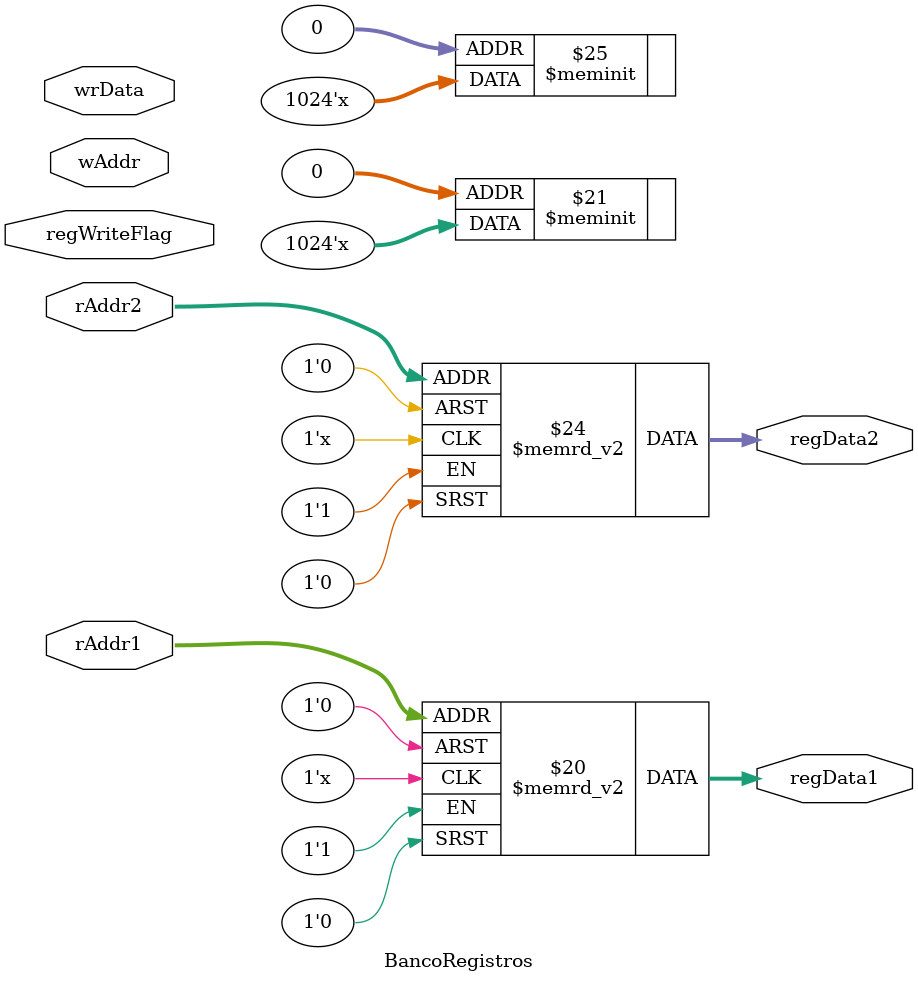
<source format=v>
module BancoRegistros(
    input [31:0]wrData,
	input [4:0]rAddr1, rAddr2, wAddr,
    input regWriteFlag,
	output reg [31:0]regData1,regData2
);
// Conexiones 
// Memoria ASYNC
reg [31:0]registerBank[31:0]; // 32 espacios de 32 bit

// Cuerpo del modulo
always@*
begin
   regData1 <= registerBank[rAddr1];
   regData2 <= registerBank[rAddr2];

   if(regWriteFlag)
   begin
       if(wAddr)
            registerBank[wAddr] = wrData;
   end 
end

endmodule

</source>
